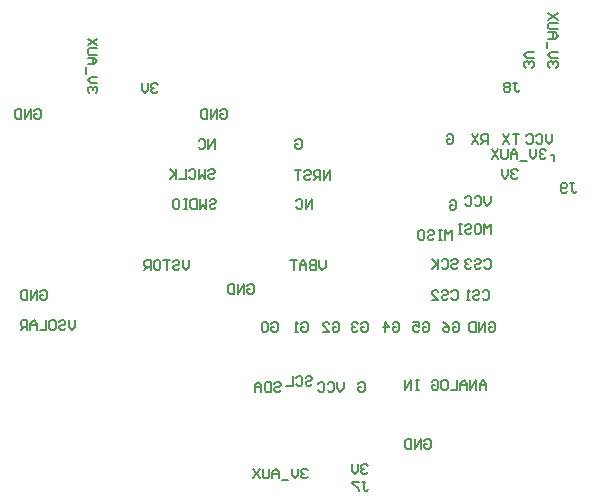
<source format=gbo>
G04*
G04 #@! TF.GenerationSoftware,Altium Limited,Altium Designer,20.1.11 (218)*
G04*
G04 Layer_Color=32896*
%FSLAX25Y25*%
%MOIN*%
G70*
G04*
G04 #@! TF.SameCoordinates,CF1E9CB3-0BC2-4E6C-9A0D-545EBE8527ED*
G04*
G04*
G04 #@! TF.FilePolarity,Positive*
G04*
G01*
G75*
%ADD14C,0.00600*%
D14*
X334500Y304500D02*
Y306500D01*
X333500D02*
X334500D01*
X181799Y327100D02*
X182332Y327633D01*
Y328699D01*
X181799Y329233D01*
X181266D01*
X180733Y328699D01*
Y328166D01*
Y328699D01*
X180200Y329233D01*
X179666D01*
X179133Y328699D01*
Y327633D01*
X179666Y327100D01*
X182332Y330299D02*
X180200D01*
X179133Y331365D01*
X180200Y332432D01*
X182332D01*
X178600Y333498D02*
Y335631D01*
X179133Y336697D02*
X181266D01*
X182332Y337763D01*
X181266Y338830D01*
X179133D01*
X180733D01*
Y336697D01*
X182332Y339896D02*
X179666D01*
X179133Y340429D01*
Y341495D01*
X179666Y342028D01*
X182332D01*
Y343095D02*
X179133Y345228D01*
X182332D02*
X179133Y343095D01*
X202400Y329766D02*
X201867Y330299D01*
X200800D01*
X200267Y329766D01*
Y329233D01*
X200800Y328699D01*
X201334D01*
X200800D01*
X200267Y328166D01*
Y327633D01*
X200800Y327100D01*
X201867D01*
X202400Y327633D01*
X199201Y330299D02*
Y328166D01*
X198135Y327100D01*
X197068Y328166D01*
Y330299D01*
X223267Y321266D02*
X223800Y321799D01*
X224867D01*
X225400Y321266D01*
Y319133D01*
X224867Y318600D01*
X223800D01*
X223267Y319133D01*
Y320199D01*
X224334D01*
X222201Y318600D02*
Y321799D01*
X220068Y318600D01*
Y321799D01*
X219002D02*
Y318600D01*
X217403D01*
X216869Y319133D01*
Y321266D01*
X217403Y321799D01*
X219002D01*
X161267Y321266D02*
X161801Y321799D01*
X162867D01*
X163400Y321266D01*
Y319133D01*
X162867Y318600D01*
X161801D01*
X161267Y319133D01*
Y320199D01*
X162334D01*
X160201Y318600D02*
Y321799D01*
X158068Y318600D01*
Y321799D01*
X157002D02*
Y318600D01*
X155403D01*
X154869Y319133D01*
Y321266D01*
X155403Y321799D01*
X157002D01*
X331900Y307799D02*
X331367Y308332D01*
X330300D01*
X329767Y307799D01*
Y307266D01*
X330300Y306733D01*
X330834D01*
X330300D01*
X329767Y306200D01*
Y305666D01*
X330300Y305133D01*
X331367D01*
X331900Y305666D01*
X328701Y308332D02*
Y306200D01*
X327635Y305133D01*
X326568Y306200D01*
Y308332D01*
X325502Y304600D02*
X323369D01*
X322303Y305133D02*
Y307266D01*
X321237Y308332D01*
X320170Y307266D01*
Y305133D01*
Y306733D01*
X322303D01*
X319104Y308332D02*
Y305666D01*
X318571Y305133D01*
X317505D01*
X316971Y305666D01*
Y308332D01*
X315905D02*
X313773Y305133D01*
Y308332D02*
X315905Y305133D01*
X322400Y301266D02*
X321867Y301799D01*
X320800D01*
X320267Y301266D01*
Y300733D01*
X320800Y300200D01*
X321334D01*
X320800D01*
X320267Y299666D01*
Y299133D01*
X320800Y298600D01*
X321867D01*
X322400Y299133D01*
X319201Y301799D02*
Y299666D01*
X318135Y298600D01*
X317068Y299666D01*
Y301799D01*
X174900Y251299D02*
Y249166D01*
X173834Y248100D01*
X172767Y249166D01*
Y251299D01*
X169568Y250766D02*
X170101Y251299D01*
X171168D01*
X171701Y250766D01*
Y250233D01*
X171168Y249699D01*
X170101D01*
X169568Y249166D01*
Y248633D01*
X170101Y248100D01*
X171168D01*
X171701Y248633D01*
X166903Y251299D02*
X167969D01*
X168502Y250766D01*
Y248633D01*
X167969Y248100D01*
X166903D01*
X166369Y248633D01*
Y250766D01*
X166903Y251299D01*
X165303D02*
Y248100D01*
X163171D01*
X162104D02*
Y250233D01*
X161038Y251299D01*
X159971Y250233D01*
Y248100D01*
Y249699D01*
X162104D01*
X158905Y248100D02*
Y251299D01*
X157306D01*
X156772Y250766D01*
Y249699D01*
X157306Y249166D01*
X158905D01*
X157839D02*
X156772Y248100D01*
X163267Y260766D02*
X163801Y261299D01*
X164867D01*
X165400Y260766D01*
Y258633D01*
X164867Y258100D01*
X163801D01*
X163267Y258633D01*
Y259700D01*
X164334D01*
X162201Y258100D02*
Y261299D01*
X160068Y258100D01*
Y261299D01*
X159002D02*
Y258100D01*
X157403D01*
X156869Y258633D01*
Y260766D01*
X157403Y261299D01*
X159002D01*
X258400Y271299D02*
Y269166D01*
X257334Y268100D01*
X256267Y269166D01*
Y271299D01*
X255201D02*
Y268100D01*
X253602D01*
X253068Y268633D01*
Y269166D01*
X253602Y269700D01*
X255201D01*
X253602D01*
X253068Y270233D01*
Y270766D01*
X253602Y271299D01*
X255201D01*
X252002Y268100D02*
Y270233D01*
X250936Y271299D01*
X249869Y270233D01*
Y268100D01*
Y269700D01*
X252002D01*
X248803Y271299D02*
X246670D01*
X247737D01*
Y268100D01*
X232267Y262766D02*
X232801Y263299D01*
X233867D01*
X234400Y262766D01*
Y260633D01*
X233867Y260100D01*
X232801D01*
X232267Y260633D01*
Y261700D01*
X233334D01*
X231201Y260100D02*
Y263299D01*
X229068Y260100D01*
Y263299D01*
X228002D02*
Y260100D01*
X226403D01*
X225869Y260633D01*
Y262766D01*
X226403Y263299D01*
X228002D01*
X212900Y271299D02*
Y269166D01*
X211834Y268100D01*
X210767Y269166D01*
Y271299D01*
X207568Y270766D02*
X208102Y271299D01*
X209168D01*
X209701Y270766D01*
Y270233D01*
X209168Y269700D01*
X208102D01*
X207568Y269166D01*
Y268633D01*
X208102Y268100D01*
X209168D01*
X209701Y268633D01*
X206502Y271299D02*
X204369D01*
X205436D01*
Y268100D01*
X201704Y271299D02*
X202770D01*
X203303Y270766D01*
Y268633D01*
X202770Y268100D01*
X201704D01*
X201170Y268633D01*
Y270766D01*
X201704Y271299D01*
X200104Y268100D02*
Y271299D01*
X198505D01*
X197971Y270766D01*
Y269700D01*
X198505Y269166D01*
X200104D01*
X199038D02*
X197971Y268100D01*
X253900Y288600D02*
Y291799D01*
X251767Y288600D01*
Y291799D01*
X248568Y291266D02*
X249101Y291799D01*
X250168D01*
X250701Y291266D01*
Y289133D01*
X250168Y288600D01*
X249101D01*
X248568Y289133D01*
X219767Y291266D02*
X220301Y291799D01*
X221367D01*
X221900Y291266D01*
Y290733D01*
X221367Y290199D01*
X220301D01*
X219767Y289666D01*
Y289133D01*
X220301Y288600D01*
X221367D01*
X221900Y289133D01*
X218701Y291799D02*
Y288600D01*
X217635Y289666D01*
X216568Y288600D01*
Y291799D01*
X215502D02*
Y288600D01*
X213903D01*
X213369Y289133D01*
Y291266D01*
X213903Y291799D01*
X215502D01*
X212303D02*
X211237D01*
X211770D01*
Y288600D01*
X212303D01*
X211237D01*
X208038Y291799D02*
X209104D01*
X209637Y291266D01*
Y289133D01*
X209104Y288600D01*
X208038D01*
X207505Y289133D01*
Y291266D01*
X208038Y291799D01*
X219267Y301266D02*
X219800Y301799D01*
X220867D01*
X221400Y301266D01*
Y300733D01*
X220867Y300200D01*
X219800D01*
X219267Y299666D01*
Y299133D01*
X219800Y298600D01*
X220867D01*
X221400Y299133D01*
X218201Y301799D02*
Y298600D01*
X217135Y299666D01*
X216068Y298600D01*
Y301799D01*
X212869Y301266D02*
X213403Y301799D01*
X214469D01*
X215002Y301266D01*
Y299133D01*
X214469Y298600D01*
X213403D01*
X212869Y299133D01*
X211803Y301799D02*
Y298600D01*
X209670D01*
X208604Y301799D02*
Y298600D01*
Y299666D01*
X206471Y301799D01*
X208071Y300200D01*
X206471Y298600D01*
X259900Y298100D02*
Y301299D01*
X257767Y298100D01*
Y301299D01*
X256701Y298100D02*
Y301299D01*
X255101D01*
X254568Y300766D01*
Y299699D01*
X255101Y299166D01*
X256701D01*
X255635D02*
X254568Y298100D01*
X251369Y300766D02*
X251903Y301299D01*
X252969D01*
X253502Y300766D01*
Y300233D01*
X252969Y299699D01*
X251903D01*
X251369Y299166D01*
Y298633D01*
X251903Y298100D01*
X252969D01*
X253502Y298633D01*
X250303Y301299D02*
X248170D01*
X249237D01*
Y298100D01*
X221400Y308600D02*
Y311799D01*
X219267Y308600D01*
Y311799D01*
X216068Y311266D02*
X216601Y311799D01*
X217668D01*
X218201Y311266D01*
Y309133D01*
X217668Y308600D01*
X216601D01*
X216068Y309133D01*
X248267Y311266D02*
X248800Y311799D01*
X249867D01*
X250400Y311266D01*
Y309133D01*
X249867Y308600D01*
X248800D01*
X248267Y309133D01*
Y310199D01*
X249334D01*
X327266Y335600D02*
X327799Y336133D01*
Y337199D01*
X327266Y337733D01*
X326733D01*
X326200Y337199D01*
Y336666D01*
Y337199D01*
X325666Y337733D01*
X325133D01*
X324600Y337199D01*
Y336133D01*
X325133Y335600D01*
X327799Y338799D02*
X325666D01*
X324600Y339865D01*
X325666Y340932D01*
X327799D01*
X335299Y335600D02*
X335832Y336133D01*
Y337199D01*
X335299Y337733D01*
X334766D01*
X334233Y337199D01*
Y336666D01*
Y337199D01*
X333699Y337733D01*
X333166D01*
X332633Y337199D01*
Y336133D01*
X333166Y335600D01*
X335832Y338799D02*
X333699D01*
X332633Y339865D01*
X333699Y340932D01*
X335832D01*
X332100Y341998D02*
Y344131D01*
X332633Y345197D02*
X334766D01*
X335832Y346263D01*
X334766Y347330D01*
X332633D01*
X334233D01*
Y345197D01*
X335832Y348396D02*
X333166D01*
X332633Y348929D01*
Y349995D01*
X333166Y350529D01*
X335832D01*
Y351595D02*
X332633Y353728D01*
X335832D02*
X332633Y351595D01*
X333900Y313299D02*
Y311166D01*
X332834Y310100D01*
X331767Y311166D01*
Y313299D01*
X328568Y312766D02*
X329101Y313299D01*
X330168D01*
X330701Y312766D01*
Y310633D01*
X330168Y310100D01*
X329101D01*
X328568Y310633D01*
X325369Y312766D02*
X325903Y313299D01*
X326969D01*
X327502Y312766D01*
Y310633D01*
X326969Y310100D01*
X325903D01*
X325369Y310633D01*
X322900Y313299D02*
X320767D01*
X321834D01*
Y310100D01*
X319701Y313299D02*
X317568Y310100D01*
Y313299D02*
X319701Y310100D01*
X312400D02*
Y313299D01*
X310801D01*
X310267Y312766D01*
Y311700D01*
X310801Y311166D01*
X312400D01*
X311334D02*
X310267Y310100D01*
X309201Y313299D02*
X307068Y310100D01*
Y313299D02*
X309201Y310100D01*
X298767Y312766D02*
X299301Y313299D01*
X300367D01*
X300900Y312766D01*
Y310633D01*
X300367Y310100D01*
X299301D01*
X298767Y310633D01*
Y311700D01*
X299834D01*
X300267Y260766D02*
X300800Y261299D01*
X301867D01*
X302400Y260766D01*
Y258633D01*
X301867Y258100D01*
X300800D01*
X300267Y258633D01*
X297068Y260766D02*
X297602Y261299D01*
X298668D01*
X299201Y260766D01*
Y260233D01*
X298668Y259700D01*
X297602D01*
X297068Y259166D01*
Y258633D01*
X297602Y258100D01*
X298668D01*
X299201Y258633D01*
X293869Y258100D02*
X296002D01*
X293869Y260233D01*
Y260766D01*
X294403Y261299D01*
X295469D01*
X296002Y260766D01*
X310767D02*
X311300Y261299D01*
X312367D01*
X312900Y260766D01*
Y258633D01*
X312367Y258100D01*
X311300D01*
X310767Y258633D01*
X307568Y260766D02*
X308102Y261299D01*
X309168D01*
X309701Y260766D01*
Y260233D01*
X309168Y259700D01*
X308102D01*
X307568Y259166D01*
Y258633D01*
X308102Y258100D01*
X309168D01*
X309701Y258633D01*
X306502Y258100D02*
X305436D01*
X305969D01*
Y261299D01*
X306502Y260766D01*
X300267Y271266D02*
X300800Y271799D01*
X301867D01*
X302400Y271266D01*
Y270733D01*
X301867Y270199D01*
X300800D01*
X300267Y269666D01*
Y269133D01*
X300800Y268600D01*
X301867D01*
X302400Y269133D01*
X297068Y271266D02*
X297602Y271799D01*
X298668D01*
X299201Y271266D01*
Y269133D01*
X298668Y268600D01*
X297602D01*
X297068Y269133D01*
X296002Y271799D02*
Y268600D01*
Y269666D01*
X293869Y271799D01*
X295469Y270199D01*
X293869Y268600D01*
X311267Y271266D02*
X311801Y271799D01*
X312867D01*
X313400Y271266D01*
Y269133D01*
X312867Y268600D01*
X311801D01*
X311267Y269133D01*
X308068Y271266D02*
X308601Y271799D01*
X309668D01*
X310201Y271266D01*
Y270733D01*
X309668Y270199D01*
X308601D01*
X308068Y269666D01*
Y269133D01*
X308601Y268600D01*
X309668D01*
X310201Y269133D01*
X307002Y271266D02*
X306469Y271799D01*
X305403D01*
X304869Y271266D01*
Y270733D01*
X305403Y270199D01*
X305936D01*
X305403D01*
X304869Y269666D01*
Y269133D01*
X305403Y268600D01*
X306469D01*
X307002Y269133D01*
X300400Y278100D02*
Y281299D01*
X299334Y280233D01*
X298267Y281299D01*
Y278100D01*
X297201Y281299D02*
X296135D01*
X296668D01*
Y278100D01*
X297201D01*
X296135D01*
X292403Y280766D02*
X292936Y281299D01*
X294002D01*
X294535Y280766D01*
Y280233D01*
X294002Y279699D01*
X292936D01*
X292403Y279166D01*
Y278633D01*
X292936Y278100D01*
X294002D01*
X294535Y278633D01*
X289737Y281299D02*
X290803D01*
X291336Y280766D01*
Y278633D01*
X290803Y278100D01*
X289737D01*
X289204Y278633D01*
Y280766D01*
X289737Y281299D01*
X313400Y280100D02*
Y283299D01*
X312334Y282233D01*
X311267Y283299D01*
Y280100D01*
X308601Y283299D02*
X309668D01*
X310201Y282766D01*
Y280633D01*
X309668Y280100D01*
X308601D01*
X308068Y280633D01*
Y282766D01*
X308601Y283299D01*
X304869Y282766D02*
X305403Y283299D01*
X306469D01*
X307002Y282766D01*
Y282233D01*
X306469Y281699D01*
X305403D01*
X304869Y281166D01*
Y280633D01*
X305403Y280100D01*
X306469D01*
X307002Y280633D01*
X303803Y283299D02*
X302737D01*
X303270D01*
Y280100D01*
X303803D01*
X302737D01*
X299767Y290766D02*
X300301Y291299D01*
X301367D01*
X301900Y290766D01*
Y288633D01*
X301367Y288100D01*
X300301D01*
X299767Y288633D01*
Y289700D01*
X300834D01*
X313400Y292799D02*
Y290666D01*
X312334Y289600D01*
X311267Y290666D01*
Y292799D01*
X308068Y292266D02*
X308601Y292799D01*
X309668D01*
X310201Y292266D01*
Y290133D01*
X309668Y289600D01*
X308601D01*
X308068Y290133D01*
X304869Y292266D02*
X305403Y292799D01*
X306469D01*
X307002Y292266D01*
Y290133D01*
X306469Y289600D01*
X305403D01*
X304869Y290133D01*
X311900Y228100D02*
Y230233D01*
X310834Y231299D01*
X309767Y230233D01*
Y228100D01*
Y229699D01*
X311900D01*
X308701Y228100D02*
Y231299D01*
X306568Y228100D01*
Y231299D01*
X305502Y228100D02*
Y230233D01*
X304436Y231299D01*
X303369Y230233D01*
Y228100D01*
Y229699D01*
X305502D01*
X302303Y231299D02*
Y228100D01*
X300170D01*
X297505Y231299D02*
X298571D01*
X299104Y230766D01*
Y228633D01*
X298571Y228100D01*
X297505D01*
X296972Y228633D01*
Y230766D01*
X297505Y231299D01*
X293773Y230766D02*
X294306Y231299D01*
X295372D01*
X295905Y230766D01*
Y228633D01*
X295372Y228100D01*
X294306D01*
X293773Y228633D01*
Y229699D01*
X294839D01*
X289507Y231299D02*
X288441D01*
X288974D01*
Y228100D01*
X289507D01*
X288441D01*
X286841D02*
Y231299D01*
X284709Y228100D01*
Y231299D01*
X291267Y211266D02*
X291800Y211799D01*
X292867D01*
X293400Y211266D01*
Y209133D01*
X292867Y208600D01*
X291800D01*
X291267Y209133D01*
Y210199D01*
X292334D01*
X290201Y208600D02*
Y211799D01*
X288068Y208600D01*
Y211799D01*
X287002D02*
Y208600D01*
X285403D01*
X284869Y209133D01*
Y211266D01*
X285403Y211799D01*
X287002D01*
X241267Y230266D02*
X241800Y230799D01*
X242867D01*
X243400Y230266D01*
Y229733D01*
X242867Y229200D01*
X241800D01*
X241267Y228666D01*
Y228133D01*
X241800Y227600D01*
X242867D01*
X243400Y228133D01*
X240201Y230799D02*
Y227600D01*
X238601D01*
X238068Y228133D01*
Y230266D01*
X238601Y230799D01*
X240201D01*
X237002Y227600D02*
Y229733D01*
X235936Y230799D01*
X234869Y229733D01*
Y227600D01*
Y229200D01*
X237002D01*
X251767Y232266D02*
X252301Y232799D01*
X253367D01*
X253900Y232266D01*
Y231733D01*
X253367Y231200D01*
X252301D01*
X251767Y230666D01*
Y230133D01*
X252301Y229600D01*
X253367D01*
X253900Y230133D01*
X248568Y232266D02*
X249101Y232799D01*
X250168D01*
X250701Y232266D01*
Y230133D01*
X250168Y229600D01*
X249101D01*
X248568Y230133D01*
X247502Y232799D02*
Y229600D01*
X245369D01*
X264400Y230799D02*
Y228666D01*
X263334Y227600D01*
X262267Y228666D01*
Y230799D01*
X259068Y230266D02*
X259601Y230799D01*
X260668D01*
X261201Y230266D01*
Y228133D01*
X260668Y227600D01*
X259601D01*
X259068Y228133D01*
X255869Y230266D02*
X256403Y230799D01*
X257469D01*
X258002Y230266D01*
Y228133D01*
X257469Y227600D01*
X256403D01*
X255869Y228133D01*
X269267Y230266D02*
X269800Y230799D01*
X270867D01*
X271400Y230266D01*
Y228133D01*
X270867Y227600D01*
X269800D01*
X269267Y228133D01*
Y229200D01*
X270334D01*
X252400Y201299D02*
X251867Y201832D01*
X250800D01*
X250267Y201299D01*
Y200766D01*
X250800Y200233D01*
X251334D01*
X250800D01*
X250267Y199699D01*
Y199166D01*
X250800Y198633D01*
X251867D01*
X252400Y199166D01*
X249201Y201832D02*
Y199699D01*
X248135Y198633D01*
X247068Y199699D01*
Y201832D01*
X246002Y198100D02*
X243869D01*
X242803Y198633D02*
Y200766D01*
X241737Y201832D01*
X240670Y200766D01*
Y198633D01*
Y200233D01*
X242803D01*
X239604Y201832D02*
Y199166D01*
X239071Y198633D01*
X238005D01*
X237472Y199166D01*
Y201832D01*
X236405D02*
X234273Y198633D01*
Y201832D02*
X236405Y198633D01*
X272400Y202766D02*
X271867Y203299D01*
X270800D01*
X270267Y202766D01*
Y202233D01*
X270800Y201699D01*
X271334D01*
X270800D01*
X270267Y201166D01*
Y200633D01*
X270800Y200100D01*
X271867D01*
X272400Y200633D01*
X269201Y203299D02*
Y201166D01*
X268135Y200100D01*
X267068Y201166D01*
Y203299D01*
X240267Y250266D02*
X240800Y250799D01*
X241867D01*
X242400Y250266D01*
Y248133D01*
X241867Y247600D01*
X240800D01*
X240267Y248133D01*
Y249200D01*
X241334D01*
X239201Y250266D02*
X238668Y250799D01*
X237601D01*
X237068Y250266D01*
Y248133D01*
X237601Y247600D01*
X238668D01*
X239201Y248133D01*
Y250266D01*
X250267D02*
X250800Y250799D01*
X251867D01*
X252400Y250266D01*
Y248133D01*
X251867Y247600D01*
X250800D01*
X250267Y248133D01*
Y249200D01*
X251334D01*
X249201Y247600D02*
X248135D01*
X248668D01*
Y250799D01*
X249201Y250266D01*
X260767D02*
X261300Y250799D01*
X262367D01*
X262900Y250266D01*
Y248133D01*
X262367Y247600D01*
X261300D01*
X260767Y248133D01*
Y249200D01*
X261834D01*
X257568Y247600D02*
X259701D01*
X257568Y249733D01*
Y250266D01*
X258102Y250799D01*
X259168D01*
X259701Y250266D01*
X270267D02*
X270800Y250799D01*
X271867D01*
X272400Y250266D01*
Y248133D01*
X271867Y247600D01*
X270800D01*
X270267Y248133D01*
Y249200D01*
X271334D01*
X269201Y250266D02*
X268668Y250799D01*
X267601D01*
X267068Y250266D01*
Y249733D01*
X267601Y249200D01*
X268135D01*
X267601D01*
X267068Y248666D01*
Y248133D01*
X267601Y247600D01*
X268668D01*
X269201Y248133D01*
X280767Y250266D02*
X281300Y250799D01*
X282367D01*
X282900Y250266D01*
Y248133D01*
X282367Y247600D01*
X281300D01*
X280767Y248133D01*
Y249200D01*
X281834D01*
X278101Y247600D02*
Y250799D01*
X279701Y249200D01*
X277568D01*
X290767Y250266D02*
X291301Y250799D01*
X292367D01*
X292900Y250266D01*
Y248133D01*
X292367Y247600D01*
X291301D01*
X290767Y248133D01*
Y249200D01*
X291834D01*
X287568Y250799D02*
X289701D01*
Y249200D01*
X288635Y249733D01*
X288102D01*
X287568Y249200D01*
Y248133D01*
X288102Y247600D01*
X289168D01*
X289701Y248133D01*
X300767Y250266D02*
X301301Y250799D01*
X302367D01*
X302900Y250266D01*
Y248133D01*
X302367Y247600D01*
X301301D01*
X300767Y248133D01*
Y249200D01*
X301834D01*
X297568Y250799D02*
X298635Y250266D01*
X299701Y249200D01*
Y248133D01*
X299168Y247600D01*
X298101D01*
X297568Y248133D01*
Y248666D01*
X298101Y249200D01*
X299701D01*
X312767Y250266D02*
X313300Y250799D01*
X314367D01*
X314900Y250266D01*
Y248133D01*
X314367Y247600D01*
X313300D01*
X312767Y248133D01*
Y249200D01*
X313834D01*
X311701Y247600D02*
Y250799D01*
X309568Y247600D01*
Y250799D01*
X308502D02*
Y247600D01*
X306903D01*
X306369Y248133D01*
Y250266D01*
X306903Y250799D01*
X308502D01*
X340033Y297099D02*
X341100D01*
X340566D01*
Y294434D01*
X341100Y293900D01*
X341633D01*
X342166Y294434D01*
X338967D02*
X338434Y293900D01*
X337367D01*
X336834Y294434D01*
Y296566D01*
X337367Y297099D01*
X338434D01*
X338967Y296566D01*
Y296033D01*
X338434Y295500D01*
X336834D01*
X321033Y330599D02*
X322099D01*
X321566D01*
Y327934D01*
X322099Y327400D01*
X322633D01*
X323166Y327934D01*
X319967Y330066D02*
X319434Y330599D01*
X318367D01*
X317834Y330066D01*
Y329533D01*
X318367Y329000D01*
X317834Y328467D01*
Y327934D01*
X318367Y327400D01*
X319434D01*
X319967Y327934D01*
Y328467D01*
X319434Y329000D01*
X319967Y329533D01*
Y330066D01*
X319434Y329000D02*
X318367D01*
X270533Y197599D02*
X271600D01*
X271066D01*
Y194934D01*
X271600Y194401D01*
X272133D01*
X272666Y194934D01*
X269467Y197599D02*
X267334D01*
Y197066D01*
X269467Y194934D01*
Y194401D01*
M02*

</source>
